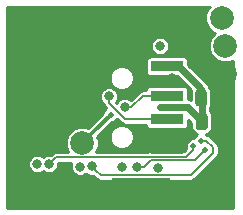
<source format=gbr>
G04 #@! TF.GenerationSoftware,KiCad,Pcbnew,(5.0.2)-1*
G04 #@! TF.CreationDate,2019-05-05T23:42:23+01:00*
G04 #@! TF.ProjectId,power-bank-upgrade,706f7765-722d-4626-916e-6b2d75706772,rev?*
G04 #@! TF.SameCoordinates,Original*
G04 #@! TF.FileFunction,Copper,L1,Top*
G04 #@! TF.FilePolarity,Positive*
%FSLAX46Y46*%
G04 Gerber Fmt 4.6, Leading zero omitted, Abs format (unit mm)*
G04 Created by KiCad (PCBNEW (5.0.2)-1) date 05/05/2019 23:42:23*
%MOMM*%
%LPD*%
G01*
G04 APERTURE LIST*
G04 #@! TA.AperFunction,ComponentPad*
%ADD10C,1.998980*%
G04 #@! TD*
G04 #@! TA.AperFunction,SMDPad,CuDef*
%ADD11R,5.000000X2.500000*%
G04 #@! TD*
G04 #@! TA.AperFunction,SMDPad,CuDef*
%ADD12R,2.800000X0.900000*%
G04 #@! TD*
G04 #@! TA.AperFunction,Conductor*
%ADD13C,0.100000*%
G04 #@! TD*
G04 #@! TA.AperFunction,SMDPad,CuDef*
%ADD14C,0.975000*%
G04 #@! TD*
G04 #@! TA.AperFunction,ComponentPad*
%ADD15C,1.450000*%
G04 #@! TD*
G04 #@! TA.AperFunction,ComponentPad*
%ADD16O,1.900000X1.200000*%
G04 #@! TD*
G04 #@! TA.AperFunction,ViaPad*
%ADD17C,0.800000*%
G04 #@! TD*
G04 #@! TA.AperFunction,ViaPad*
%ADD18C,0.508000*%
G04 #@! TD*
G04 #@! TA.AperFunction,Conductor*
%ADD19C,0.152400*%
G04 #@! TD*
G04 #@! TA.AperFunction,Conductor*
%ADD20C,0.600000*%
G04 #@! TD*
G04 #@! TA.AperFunction,Conductor*
%ADD21C,0.304800*%
G04 #@! TD*
G04 #@! TA.AperFunction,Conductor*
%ADD22C,0.254000*%
G04 #@! TD*
G04 APERTURE END LIST*
D10*
G04 #@! TO.P,J6,1*
G04 #@! TO.N,Net-(J6-Pad1)*
X26800000Y-184000000D03*
G04 #@! TD*
G04 #@! TO.P,GND,1*
G04 #@! TO.N,GNDA*
X38900000Y-178200000D03*
G04 #@! TD*
G04 #@! TO.P,BATT,1*
G04 #@! TO.N,/VBATT*
X38900000Y-175800000D03*
G04 #@! TD*
G04 #@! TO.P,NTC,1*
G04 #@! TO.N,/NTC+*
X38600000Y-173400000D03*
G04 #@! TD*
D11*
G04 #@! TO.P,J2,5*
G04 #@! TO.N,GNDA*
X31750000Y-188250000D03*
D12*
G04 #@! TO.P,J2,1*
G04 #@! TO.N,Net-(C3-Pad1)*
X34000000Y-177500000D03*
G04 #@! TO.P,J2,2*
G04 #@! TO.N,Net-(J2-Pad2)*
X34000000Y-180000000D03*
G04 #@! TO.P,J2,3*
G04 #@! TO.N,Net-(J2-Pad3)*
X34000000Y-182000000D03*
G04 #@! TO.P,J2,4*
G04 #@! TO.N,GNDA*
X34000000Y-184500000D03*
D11*
G04 #@! TO.P,J2,5*
X31750000Y-173750000D03*
G04 #@! TD*
D13*
G04 #@! TO.N,Net-(C3-Pad1)*
G04 #@! TO.C,C3*
G36*
X37130142Y-179501174D02*
X37153803Y-179504684D01*
X37177007Y-179510496D01*
X37199529Y-179518554D01*
X37221153Y-179528782D01*
X37241670Y-179541079D01*
X37260883Y-179555329D01*
X37278607Y-179571393D01*
X37294671Y-179589117D01*
X37308921Y-179608330D01*
X37321218Y-179628847D01*
X37331446Y-179650471D01*
X37339504Y-179672993D01*
X37345316Y-179696197D01*
X37348826Y-179719858D01*
X37350000Y-179743750D01*
X37350000Y-180656250D01*
X37348826Y-180680142D01*
X37345316Y-180703803D01*
X37339504Y-180727007D01*
X37331446Y-180749529D01*
X37321218Y-180771153D01*
X37308921Y-180791670D01*
X37294671Y-180810883D01*
X37278607Y-180828607D01*
X37260883Y-180844671D01*
X37241670Y-180858921D01*
X37221153Y-180871218D01*
X37199529Y-180881446D01*
X37177007Y-180889504D01*
X37153803Y-180895316D01*
X37130142Y-180898826D01*
X37106250Y-180900000D01*
X36618750Y-180900000D01*
X36594858Y-180898826D01*
X36571197Y-180895316D01*
X36547993Y-180889504D01*
X36525471Y-180881446D01*
X36503847Y-180871218D01*
X36483330Y-180858921D01*
X36464117Y-180844671D01*
X36446393Y-180828607D01*
X36430329Y-180810883D01*
X36416079Y-180791670D01*
X36403782Y-180771153D01*
X36393554Y-180749529D01*
X36385496Y-180727007D01*
X36379684Y-180703803D01*
X36376174Y-180680142D01*
X36375000Y-180656250D01*
X36375000Y-179743750D01*
X36376174Y-179719858D01*
X36379684Y-179696197D01*
X36385496Y-179672993D01*
X36393554Y-179650471D01*
X36403782Y-179628847D01*
X36416079Y-179608330D01*
X36430329Y-179589117D01*
X36446393Y-179571393D01*
X36464117Y-179555329D01*
X36483330Y-179541079D01*
X36503847Y-179528782D01*
X36525471Y-179518554D01*
X36547993Y-179510496D01*
X36571197Y-179504684D01*
X36594858Y-179501174D01*
X36618750Y-179500000D01*
X37106250Y-179500000D01*
X37130142Y-179501174D01*
X37130142Y-179501174D01*
G37*
D14*
G04 #@! TD*
G04 #@! TO.P,C3,1*
G04 #@! TO.N,Net-(C3-Pad1)*
X36862500Y-180200000D03*
D13*
G04 #@! TO.N,GNDA*
G04 #@! TO.C,C3*
G36*
X39005142Y-179501174D02*
X39028803Y-179504684D01*
X39052007Y-179510496D01*
X39074529Y-179518554D01*
X39096153Y-179528782D01*
X39116670Y-179541079D01*
X39135883Y-179555329D01*
X39153607Y-179571393D01*
X39169671Y-179589117D01*
X39183921Y-179608330D01*
X39196218Y-179628847D01*
X39206446Y-179650471D01*
X39214504Y-179672993D01*
X39220316Y-179696197D01*
X39223826Y-179719858D01*
X39225000Y-179743750D01*
X39225000Y-180656250D01*
X39223826Y-180680142D01*
X39220316Y-180703803D01*
X39214504Y-180727007D01*
X39206446Y-180749529D01*
X39196218Y-180771153D01*
X39183921Y-180791670D01*
X39169671Y-180810883D01*
X39153607Y-180828607D01*
X39135883Y-180844671D01*
X39116670Y-180858921D01*
X39096153Y-180871218D01*
X39074529Y-180881446D01*
X39052007Y-180889504D01*
X39028803Y-180895316D01*
X39005142Y-180898826D01*
X38981250Y-180900000D01*
X38493750Y-180900000D01*
X38469858Y-180898826D01*
X38446197Y-180895316D01*
X38422993Y-180889504D01*
X38400471Y-180881446D01*
X38378847Y-180871218D01*
X38358330Y-180858921D01*
X38339117Y-180844671D01*
X38321393Y-180828607D01*
X38305329Y-180810883D01*
X38291079Y-180791670D01*
X38278782Y-180771153D01*
X38268554Y-180749529D01*
X38260496Y-180727007D01*
X38254684Y-180703803D01*
X38251174Y-180680142D01*
X38250000Y-180656250D01*
X38250000Y-179743750D01*
X38251174Y-179719858D01*
X38254684Y-179696197D01*
X38260496Y-179672993D01*
X38268554Y-179650471D01*
X38278782Y-179628847D01*
X38291079Y-179608330D01*
X38305329Y-179589117D01*
X38321393Y-179571393D01*
X38339117Y-179555329D01*
X38358330Y-179541079D01*
X38378847Y-179528782D01*
X38400471Y-179518554D01*
X38422993Y-179510496D01*
X38446197Y-179504684D01*
X38469858Y-179501174D01*
X38493750Y-179500000D01*
X38981250Y-179500000D01*
X39005142Y-179501174D01*
X39005142Y-179501174D01*
G37*
D14*
G04 #@! TD*
G04 #@! TO.P,C3,2*
G04 #@! TO.N,GNDA*
X38737500Y-180200000D03*
D13*
G04 #@! TO.N,Net-(C3-Pad1)*
G04 #@! TO.C,C4*
G36*
X37192642Y-181501174D02*
X37216303Y-181504684D01*
X37239507Y-181510496D01*
X37262029Y-181518554D01*
X37283653Y-181528782D01*
X37304170Y-181541079D01*
X37323383Y-181555329D01*
X37341107Y-181571393D01*
X37357171Y-181589117D01*
X37371421Y-181608330D01*
X37383718Y-181628847D01*
X37393946Y-181650471D01*
X37402004Y-181672993D01*
X37407816Y-181696197D01*
X37411326Y-181719858D01*
X37412500Y-181743750D01*
X37412500Y-182656250D01*
X37411326Y-182680142D01*
X37407816Y-182703803D01*
X37402004Y-182727007D01*
X37393946Y-182749529D01*
X37383718Y-182771153D01*
X37371421Y-182791670D01*
X37357171Y-182810883D01*
X37341107Y-182828607D01*
X37323383Y-182844671D01*
X37304170Y-182858921D01*
X37283653Y-182871218D01*
X37262029Y-182881446D01*
X37239507Y-182889504D01*
X37216303Y-182895316D01*
X37192642Y-182898826D01*
X37168750Y-182900000D01*
X36681250Y-182900000D01*
X36657358Y-182898826D01*
X36633697Y-182895316D01*
X36610493Y-182889504D01*
X36587971Y-182881446D01*
X36566347Y-182871218D01*
X36545830Y-182858921D01*
X36526617Y-182844671D01*
X36508893Y-182828607D01*
X36492829Y-182810883D01*
X36478579Y-182791670D01*
X36466282Y-182771153D01*
X36456054Y-182749529D01*
X36447996Y-182727007D01*
X36442184Y-182703803D01*
X36438674Y-182680142D01*
X36437500Y-182656250D01*
X36437500Y-181743750D01*
X36438674Y-181719858D01*
X36442184Y-181696197D01*
X36447996Y-181672993D01*
X36456054Y-181650471D01*
X36466282Y-181628847D01*
X36478579Y-181608330D01*
X36492829Y-181589117D01*
X36508893Y-181571393D01*
X36526617Y-181555329D01*
X36545830Y-181541079D01*
X36566347Y-181528782D01*
X36587971Y-181518554D01*
X36610493Y-181510496D01*
X36633697Y-181504684D01*
X36657358Y-181501174D01*
X36681250Y-181500000D01*
X37168750Y-181500000D01*
X37192642Y-181501174D01*
X37192642Y-181501174D01*
G37*
D14*
G04 #@! TD*
G04 #@! TO.P,C4,1*
G04 #@! TO.N,Net-(C3-Pad1)*
X36925000Y-182200000D03*
D13*
G04 #@! TO.N,GNDA*
G04 #@! TO.C,C4*
G36*
X39067642Y-181501174D02*
X39091303Y-181504684D01*
X39114507Y-181510496D01*
X39137029Y-181518554D01*
X39158653Y-181528782D01*
X39179170Y-181541079D01*
X39198383Y-181555329D01*
X39216107Y-181571393D01*
X39232171Y-181589117D01*
X39246421Y-181608330D01*
X39258718Y-181628847D01*
X39268946Y-181650471D01*
X39277004Y-181672993D01*
X39282816Y-181696197D01*
X39286326Y-181719858D01*
X39287500Y-181743750D01*
X39287500Y-182656250D01*
X39286326Y-182680142D01*
X39282816Y-182703803D01*
X39277004Y-182727007D01*
X39268946Y-182749529D01*
X39258718Y-182771153D01*
X39246421Y-182791670D01*
X39232171Y-182810883D01*
X39216107Y-182828607D01*
X39198383Y-182844671D01*
X39179170Y-182858921D01*
X39158653Y-182871218D01*
X39137029Y-182881446D01*
X39114507Y-182889504D01*
X39091303Y-182895316D01*
X39067642Y-182898826D01*
X39043750Y-182900000D01*
X38556250Y-182900000D01*
X38532358Y-182898826D01*
X38508697Y-182895316D01*
X38485493Y-182889504D01*
X38462971Y-182881446D01*
X38441347Y-182871218D01*
X38420830Y-182858921D01*
X38401617Y-182844671D01*
X38383893Y-182828607D01*
X38367829Y-182810883D01*
X38353579Y-182791670D01*
X38341282Y-182771153D01*
X38331054Y-182749529D01*
X38322996Y-182727007D01*
X38317184Y-182703803D01*
X38313674Y-182680142D01*
X38312500Y-182656250D01*
X38312500Y-181743750D01*
X38313674Y-181719858D01*
X38317184Y-181696197D01*
X38322996Y-181672993D01*
X38331054Y-181650471D01*
X38341282Y-181628847D01*
X38353579Y-181608330D01*
X38367829Y-181589117D01*
X38383893Y-181571393D01*
X38401617Y-181555329D01*
X38420830Y-181541079D01*
X38441347Y-181528782D01*
X38462971Y-181518554D01*
X38485493Y-181510496D01*
X38508697Y-181504684D01*
X38532358Y-181501174D01*
X38556250Y-181500000D01*
X39043750Y-181500000D01*
X39067642Y-181501174D01*
X39067642Y-181501174D01*
G37*
D14*
G04 #@! TD*
G04 #@! TO.P,C4,2*
G04 #@! TO.N,GNDA*
X38800000Y-182200000D03*
D15*
G04 #@! TO.P,J1,6*
G04 #@! TO.N,GNDA*
X24462500Y-183500000D03*
X24462500Y-178500000D03*
D16*
X21762500Y-184500000D03*
X21762500Y-177500000D03*
G04 #@! TD*
D17*
G04 #@! TO.N,VCC*
X23000000Y-185800000D03*
X26600000Y-186000000D03*
X33400000Y-175800000D03*
X30200000Y-186000000D03*
X33200000Y-186112079D03*
D18*
G04 #@! TO.N,GNDA*
X35600000Y-183600000D03*
D17*
X31400000Y-175800000D03*
X36800000Y-174800000D03*
X34428610Y-178520183D03*
D18*
G04 #@! TO.N,Net-(C3-Pad1)*
X34800000Y-181000000D03*
X34100000Y-181000000D03*
X33400000Y-181000000D03*
D17*
G04 #@! TO.N,Net-(D2-Pad1)*
X24000000Y-185800000D03*
D18*
X36182840Y-184255184D03*
D17*
G04 #@! TO.N,Net-(D3-Pad1)*
X27593870Y-185980032D03*
D18*
X36883891Y-183800000D03*
D17*
G04 #@! TO.N,Net-(D4-Pad1)*
X31400000Y-186000000D03*
D18*
X37218837Y-184586617D03*
D17*
G04 #@! TO.N,Net-(J2-Pad2)*
X30386856Y-180971390D03*
G04 #@! TO.N,Net-(J2-Pad3)*
X29067202Y-180061709D03*
D18*
G04 #@! TO.N,Net-(J6-Pad1)*
X29200000Y-181600000D03*
G04 #@! TD*
D19*
G04 #@! TO.N,GNDA*
X34000000Y-184500000D02*
X34950000Y-184500000D01*
D20*
X38737500Y-182137500D02*
X38800000Y-182200000D01*
X38737500Y-180200000D02*
X38737500Y-182137500D01*
X34700000Y-184500000D02*
X35600000Y-183600000D01*
X34000000Y-184500000D02*
X34700000Y-184500000D01*
X31400000Y-174100000D02*
X31750000Y-173750000D01*
X31400000Y-175800000D02*
X31400000Y-174100000D01*
X38737500Y-178362500D02*
X38900000Y-178200000D01*
X38737500Y-180200000D02*
X38737500Y-178362500D01*
G04 #@! TO.N,Net-(C3-Pad1)*
X33400000Y-181000000D02*
X34800000Y-181000000D01*
X35725000Y-181000000D02*
X36925000Y-182200000D01*
X34800000Y-181000000D02*
X35725000Y-181000000D01*
X36925000Y-180262500D02*
X36862500Y-180200000D01*
X36925000Y-182200000D02*
X36925000Y-180262500D01*
X34962500Y-177500000D02*
X34000000Y-177500000D01*
X36862500Y-179400000D02*
X34962500Y-177500000D01*
X36862500Y-180200000D02*
X36862500Y-179400000D01*
D19*
G04 #@! TO.N,Net-(D2-Pad1)*
X36182840Y-184614394D02*
X35618633Y-185178601D01*
X24399999Y-185400001D02*
X24000000Y-185800000D01*
X35618633Y-185178601D02*
X32459994Y-185178601D01*
X32459994Y-185178601D02*
X32410504Y-185228091D01*
X32410504Y-185228091D02*
X24571909Y-185228091D01*
X36182840Y-184255184D02*
X36182840Y-184614394D01*
X24571909Y-185228091D02*
X24399999Y-185400001D01*
G04 #@! TO.N,Net-(D3-Pad1)*
X36883891Y-183800000D02*
X37314262Y-183800000D01*
X35973558Y-186740680D02*
X28354518Y-186740680D01*
X37314262Y-183800000D02*
X37882601Y-184368339D01*
X37882601Y-184368339D02*
X37882601Y-184831637D01*
X37882601Y-184831637D02*
X35973558Y-186740680D01*
X27993869Y-186380031D02*
X27593870Y-185980032D01*
X28354518Y-186740680D02*
X27993869Y-186380031D01*
G04 #@! TO.N,Net-(D4-Pad1)*
X31765685Y-186000000D02*
X31200000Y-186000000D01*
X32069661Y-186000000D02*
X31765685Y-186000000D01*
X32586250Y-185483411D02*
X32069661Y-186000000D01*
X37218837Y-184586617D02*
X36322043Y-185483411D01*
X36322043Y-185483411D02*
X32586250Y-185483411D01*
G04 #@! TO.N,Net-(J2-Pad2)*
X30952541Y-180971390D02*
X30386856Y-180971390D01*
X31923931Y-180000000D02*
X30952541Y-180971390D01*
X34000000Y-180000000D02*
X31923931Y-180000000D01*
G04 #@! TO.N,Net-(J2-Pad3)*
X34000000Y-182000000D02*
X30439808Y-182000000D01*
X29067202Y-180627394D02*
X29067202Y-180061709D01*
X30439808Y-182000000D02*
X29067202Y-180627394D01*
D21*
G04 #@! TO.N,Net-(J6-Pad1)*
X27799489Y-183000511D02*
X29200000Y-181600000D01*
X26800000Y-184000000D02*
X27799489Y-183000511D01*
G04 #@! TD*
D22*
G04 #@! TO.N,GNDA*
G36*
X37429677Y-172618015D02*
X37219510Y-173125404D01*
X37219510Y-173674596D01*
X37429677Y-174181985D01*
X37818015Y-174570323D01*
X38072117Y-174675575D01*
X37729677Y-175018015D01*
X37519510Y-175525404D01*
X37519510Y-176074596D01*
X37729677Y-176581985D01*
X38118015Y-176970323D01*
X38625404Y-177180490D01*
X39174596Y-177180490D01*
X39544001Y-177027478D01*
X39544000Y-189544000D01*
X20456000Y-189544000D01*
X20456000Y-185644649D01*
X22219000Y-185644649D01*
X22219000Y-185955351D01*
X22337900Y-186242401D01*
X22557599Y-186462100D01*
X22844649Y-186581000D01*
X23155351Y-186581000D01*
X23442401Y-186462100D01*
X23500000Y-186404501D01*
X23557599Y-186462100D01*
X23844649Y-186581000D01*
X24155351Y-186581000D01*
X24442401Y-186462100D01*
X24662100Y-186242401D01*
X24781000Y-185955351D01*
X24781000Y-185685291D01*
X25885008Y-185685291D01*
X25819000Y-185844649D01*
X25819000Y-186155351D01*
X25937900Y-186442401D01*
X26157599Y-186662100D01*
X26444649Y-186781000D01*
X26755351Y-186781000D01*
X27042401Y-186662100D01*
X27106919Y-186597582D01*
X27151469Y-186642132D01*
X27438519Y-186761032D01*
X27728292Y-186761032D01*
X27999386Y-187032126D01*
X28024895Y-187070303D01*
X28176127Y-187171353D01*
X28354518Y-187206837D01*
X28399548Y-187197880D01*
X35928528Y-187197880D01*
X35973558Y-187206837D01*
X36018588Y-187197880D01*
X36151949Y-187171353D01*
X36303181Y-187070303D01*
X36328690Y-187032126D01*
X38174047Y-185186769D01*
X38212224Y-185161260D01*
X38313274Y-185010028D01*
X38339801Y-184876667D01*
X38348758Y-184831637D01*
X38339801Y-184786607D01*
X38339801Y-184413369D01*
X38348758Y-184368339D01*
X38313274Y-184189948D01*
X38237731Y-184076890D01*
X38212224Y-184038716D01*
X38174050Y-184013209D01*
X37669394Y-183508554D01*
X37643885Y-183470377D01*
X37492653Y-183369327D01*
X37359292Y-183342800D01*
X37316131Y-183334215D01*
X37253519Y-183271603D01*
X37410688Y-183240340D01*
X37615793Y-183103293D01*
X37752840Y-182898188D01*
X37800964Y-182656250D01*
X37800964Y-181743750D01*
X37752840Y-181501812D01*
X37615793Y-181296707D01*
X37606000Y-181290164D01*
X37606000Y-181024412D01*
X37690340Y-180898188D01*
X37738464Y-180656250D01*
X37738464Y-179743750D01*
X37690340Y-179501812D01*
X37553293Y-179296707D01*
X37533689Y-179283608D01*
X37503987Y-179134287D01*
X37353473Y-178909027D01*
X37296614Y-178871035D01*
X35788464Y-177362886D01*
X35788464Y-177050000D01*
X35758894Y-176901341D01*
X35674686Y-176775314D01*
X35548659Y-176691106D01*
X35400000Y-176661536D01*
X32600000Y-176661536D01*
X32451341Y-176691106D01*
X32325314Y-176775314D01*
X32241106Y-176901341D01*
X32211536Y-177050000D01*
X32211536Y-177950000D01*
X32241106Y-178098659D01*
X32325314Y-178224686D01*
X32451341Y-178308894D01*
X32600000Y-178338464D01*
X34837886Y-178338464D01*
X36029114Y-179529693D01*
X35986536Y-179743750D01*
X35986536Y-180357682D01*
X35792069Y-180319000D01*
X35792065Y-180319000D01*
X35788464Y-180318284D01*
X35788464Y-179550000D01*
X35758894Y-179401341D01*
X35674686Y-179275314D01*
X35548659Y-179191106D01*
X35400000Y-179161536D01*
X32600000Y-179161536D01*
X32451341Y-179191106D01*
X32325314Y-179275314D01*
X32241106Y-179401341D01*
X32212968Y-179542800D01*
X31968961Y-179542800D01*
X31923931Y-179533843D01*
X31878901Y-179542800D01*
X31745540Y-179569327D01*
X31594308Y-179670377D01*
X31568801Y-179708551D01*
X30898660Y-180378693D01*
X30829257Y-180309290D01*
X30542207Y-180190390D01*
X30231505Y-180190390D01*
X29944455Y-180309290D01*
X29724756Y-180528989D01*
X29692719Y-180606333D01*
X29659899Y-180573513D01*
X29729302Y-180504110D01*
X29848202Y-180217060D01*
X29848202Y-179906358D01*
X29729302Y-179619308D01*
X29509603Y-179399609D01*
X29222553Y-179280709D01*
X28911851Y-179280709D01*
X28624801Y-179399609D01*
X28405102Y-179619308D01*
X28286202Y-179906358D01*
X28286202Y-180217060D01*
X28405102Y-180504110D01*
X28619086Y-180718094D01*
X28633681Y-180791464D01*
X28636529Y-180805784D01*
X28737579Y-180957017D01*
X28775756Y-180982526D01*
X28850626Y-181057396D01*
X28840302Y-181061673D01*
X28661673Y-181240302D01*
X28565000Y-181473691D01*
X28565000Y-181480658D01*
X27459466Y-182586194D01*
X27459463Y-182586196D01*
X27323182Y-182722477D01*
X27074596Y-182619510D01*
X26525404Y-182619510D01*
X26018015Y-182829677D01*
X25629677Y-183218015D01*
X25419510Y-183725404D01*
X25419510Y-184274596D01*
X25625082Y-184770891D01*
X24616933Y-184770891D01*
X24571908Y-184761935D01*
X24526883Y-184770891D01*
X24526879Y-184770891D01*
X24393518Y-184797418D01*
X24242286Y-184898468D01*
X24216775Y-184936647D01*
X24134422Y-185019000D01*
X23844649Y-185019000D01*
X23557599Y-185137900D01*
X23500000Y-185195499D01*
X23442401Y-185137900D01*
X23155351Y-185019000D01*
X22844649Y-185019000D01*
X22557599Y-185137900D01*
X22337900Y-185357599D01*
X22219000Y-185644649D01*
X20456000Y-185644649D01*
X20456000Y-178294921D01*
X29119000Y-178294921D01*
X29119000Y-178705079D01*
X29275961Y-179084014D01*
X29565986Y-179374039D01*
X29944921Y-179531000D01*
X30355079Y-179531000D01*
X30734014Y-179374039D01*
X31024039Y-179084014D01*
X31181000Y-178705079D01*
X31181000Y-178294921D01*
X31024039Y-177915986D01*
X30734014Y-177625961D01*
X30355079Y-177469000D01*
X29944921Y-177469000D01*
X29565986Y-177625961D01*
X29275961Y-177915986D01*
X29119000Y-178294921D01*
X20456000Y-178294921D01*
X20456000Y-175644649D01*
X32619000Y-175644649D01*
X32619000Y-175955351D01*
X32737900Y-176242401D01*
X32957599Y-176462100D01*
X33244649Y-176581000D01*
X33555351Y-176581000D01*
X33842401Y-176462100D01*
X34062100Y-176242401D01*
X34181000Y-175955351D01*
X34181000Y-175644649D01*
X34062100Y-175357599D01*
X33842401Y-175137900D01*
X33555351Y-175019000D01*
X33244649Y-175019000D01*
X32957599Y-175137900D01*
X32737900Y-175357599D01*
X32619000Y-175644649D01*
X20456000Y-175644649D01*
X20456000Y-172456000D01*
X37591692Y-172456000D01*
X37429677Y-172618015D01*
X37429677Y-172618015D01*
G37*
X37429677Y-172618015D02*
X37219510Y-173125404D01*
X37219510Y-173674596D01*
X37429677Y-174181985D01*
X37818015Y-174570323D01*
X38072117Y-174675575D01*
X37729677Y-175018015D01*
X37519510Y-175525404D01*
X37519510Y-176074596D01*
X37729677Y-176581985D01*
X38118015Y-176970323D01*
X38625404Y-177180490D01*
X39174596Y-177180490D01*
X39544001Y-177027478D01*
X39544000Y-189544000D01*
X20456000Y-189544000D01*
X20456000Y-185644649D01*
X22219000Y-185644649D01*
X22219000Y-185955351D01*
X22337900Y-186242401D01*
X22557599Y-186462100D01*
X22844649Y-186581000D01*
X23155351Y-186581000D01*
X23442401Y-186462100D01*
X23500000Y-186404501D01*
X23557599Y-186462100D01*
X23844649Y-186581000D01*
X24155351Y-186581000D01*
X24442401Y-186462100D01*
X24662100Y-186242401D01*
X24781000Y-185955351D01*
X24781000Y-185685291D01*
X25885008Y-185685291D01*
X25819000Y-185844649D01*
X25819000Y-186155351D01*
X25937900Y-186442401D01*
X26157599Y-186662100D01*
X26444649Y-186781000D01*
X26755351Y-186781000D01*
X27042401Y-186662100D01*
X27106919Y-186597582D01*
X27151469Y-186642132D01*
X27438519Y-186761032D01*
X27728292Y-186761032D01*
X27999386Y-187032126D01*
X28024895Y-187070303D01*
X28176127Y-187171353D01*
X28354518Y-187206837D01*
X28399548Y-187197880D01*
X35928528Y-187197880D01*
X35973558Y-187206837D01*
X36018588Y-187197880D01*
X36151949Y-187171353D01*
X36303181Y-187070303D01*
X36328690Y-187032126D01*
X38174047Y-185186769D01*
X38212224Y-185161260D01*
X38313274Y-185010028D01*
X38339801Y-184876667D01*
X38348758Y-184831637D01*
X38339801Y-184786607D01*
X38339801Y-184413369D01*
X38348758Y-184368339D01*
X38313274Y-184189948D01*
X38237731Y-184076890D01*
X38212224Y-184038716D01*
X38174050Y-184013209D01*
X37669394Y-183508554D01*
X37643885Y-183470377D01*
X37492653Y-183369327D01*
X37359292Y-183342800D01*
X37316131Y-183334215D01*
X37253519Y-183271603D01*
X37410688Y-183240340D01*
X37615793Y-183103293D01*
X37752840Y-182898188D01*
X37800964Y-182656250D01*
X37800964Y-181743750D01*
X37752840Y-181501812D01*
X37615793Y-181296707D01*
X37606000Y-181290164D01*
X37606000Y-181024412D01*
X37690340Y-180898188D01*
X37738464Y-180656250D01*
X37738464Y-179743750D01*
X37690340Y-179501812D01*
X37553293Y-179296707D01*
X37533689Y-179283608D01*
X37503987Y-179134287D01*
X37353473Y-178909027D01*
X37296614Y-178871035D01*
X35788464Y-177362886D01*
X35788464Y-177050000D01*
X35758894Y-176901341D01*
X35674686Y-176775314D01*
X35548659Y-176691106D01*
X35400000Y-176661536D01*
X32600000Y-176661536D01*
X32451341Y-176691106D01*
X32325314Y-176775314D01*
X32241106Y-176901341D01*
X32211536Y-177050000D01*
X32211536Y-177950000D01*
X32241106Y-178098659D01*
X32325314Y-178224686D01*
X32451341Y-178308894D01*
X32600000Y-178338464D01*
X34837886Y-178338464D01*
X36029114Y-179529693D01*
X35986536Y-179743750D01*
X35986536Y-180357682D01*
X35792069Y-180319000D01*
X35792065Y-180319000D01*
X35788464Y-180318284D01*
X35788464Y-179550000D01*
X35758894Y-179401341D01*
X35674686Y-179275314D01*
X35548659Y-179191106D01*
X35400000Y-179161536D01*
X32600000Y-179161536D01*
X32451341Y-179191106D01*
X32325314Y-179275314D01*
X32241106Y-179401341D01*
X32212968Y-179542800D01*
X31968961Y-179542800D01*
X31923931Y-179533843D01*
X31878901Y-179542800D01*
X31745540Y-179569327D01*
X31594308Y-179670377D01*
X31568801Y-179708551D01*
X30898660Y-180378693D01*
X30829257Y-180309290D01*
X30542207Y-180190390D01*
X30231505Y-180190390D01*
X29944455Y-180309290D01*
X29724756Y-180528989D01*
X29692719Y-180606333D01*
X29659899Y-180573513D01*
X29729302Y-180504110D01*
X29848202Y-180217060D01*
X29848202Y-179906358D01*
X29729302Y-179619308D01*
X29509603Y-179399609D01*
X29222553Y-179280709D01*
X28911851Y-179280709D01*
X28624801Y-179399609D01*
X28405102Y-179619308D01*
X28286202Y-179906358D01*
X28286202Y-180217060D01*
X28405102Y-180504110D01*
X28619086Y-180718094D01*
X28633681Y-180791464D01*
X28636529Y-180805784D01*
X28737579Y-180957017D01*
X28775756Y-180982526D01*
X28850626Y-181057396D01*
X28840302Y-181061673D01*
X28661673Y-181240302D01*
X28565000Y-181473691D01*
X28565000Y-181480658D01*
X27459466Y-182586194D01*
X27459463Y-182586196D01*
X27323182Y-182722477D01*
X27074596Y-182619510D01*
X26525404Y-182619510D01*
X26018015Y-182829677D01*
X25629677Y-183218015D01*
X25419510Y-183725404D01*
X25419510Y-184274596D01*
X25625082Y-184770891D01*
X24616933Y-184770891D01*
X24571908Y-184761935D01*
X24526883Y-184770891D01*
X24526879Y-184770891D01*
X24393518Y-184797418D01*
X24242286Y-184898468D01*
X24216775Y-184936647D01*
X24134422Y-185019000D01*
X23844649Y-185019000D01*
X23557599Y-185137900D01*
X23500000Y-185195499D01*
X23442401Y-185137900D01*
X23155351Y-185019000D01*
X22844649Y-185019000D01*
X22557599Y-185137900D01*
X22337900Y-185357599D01*
X22219000Y-185644649D01*
X20456000Y-185644649D01*
X20456000Y-178294921D01*
X29119000Y-178294921D01*
X29119000Y-178705079D01*
X29275961Y-179084014D01*
X29565986Y-179374039D01*
X29944921Y-179531000D01*
X30355079Y-179531000D01*
X30734014Y-179374039D01*
X31024039Y-179084014D01*
X31181000Y-178705079D01*
X31181000Y-178294921D01*
X31024039Y-177915986D01*
X30734014Y-177625961D01*
X30355079Y-177469000D01*
X29944921Y-177469000D01*
X29565986Y-177625961D01*
X29275961Y-177915986D01*
X29119000Y-178294921D01*
X20456000Y-178294921D01*
X20456000Y-175644649D01*
X32619000Y-175644649D01*
X32619000Y-175955351D01*
X32737900Y-176242401D01*
X32957599Y-176462100D01*
X33244649Y-176581000D01*
X33555351Y-176581000D01*
X33842401Y-176462100D01*
X34062100Y-176242401D01*
X34181000Y-175955351D01*
X34181000Y-175644649D01*
X34062100Y-175357599D01*
X33842401Y-175137900D01*
X33555351Y-175019000D01*
X33244649Y-175019000D01*
X32957599Y-175137900D01*
X32737900Y-175357599D01*
X32619000Y-175644649D01*
X20456000Y-175644649D01*
X20456000Y-172456000D01*
X37591692Y-172456000D01*
X37429677Y-172618015D01*
G36*
X30084678Y-182291449D02*
X30110185Y-182329623D01*
X30148359Y-182355130D01*
X30261417Y-182430673D01*
X30439807Y-182466157D01*
X30484837Y-182457200D01*
X32212968Y-182457200D01*
X32241106Y-182598659D01*
X32325314Y-182724686D01*
X32451341Y-182808894D01*
X32600000Y-182838464D01*
X35400000Y-182838464D01*
X35548659Y-182808894D01*
X35674686Y-182724686D01*
X35758894Y-182598659D01*
X35788464Y-182450000D01*
X35788464Y-182026542D01*
X36049036Y-182287115D01*
X36049036Y-182656250D01*
X36097160Y-182898188D01*
X36234207Y-183103293D01*
X36439312Y-183240340D01*
X36531450Y-183258667D01*
X36524193Y-183261673D01*
X36345564Y-183440302D01*
X36271054Y-183620184D01*
X36056531Y-183620184D01*
X35823142Y-183716857D01*
X35644513Y-183895486D01*
X35547840Y-184128875D01*
X35547840Y-184381493D01*
X35612664Y-184537992D01*
X35429255Y-184721401D01*
X32505022Y-184721401D01*
X32459993Y-184712444D01*
X32414965Y-184721401D01*
X32414964Y-184721401D01*
X32281603Y-184747928D01*
X32247236Y-184770891D01*
X27974918Y-184770891D01*
X28180490Y-184274596D01*
X28180490Y-183725404D01*
X28077523Y-183476818D01*
X28213804Y-183340537D01*
X28213806Y-183340534D01*
X28259419Y-183294921D01*
X29119000Y-183294921D01*
X29119000Y-183705079D01*
X29275961Y-184084014D01*
X29565986Y-184374039D01*
X29944921Y-184531000D01*
X30355079Y-184531000D01*
X30734014Y-184374039D01*
X31024039Y-184084014D01*
X31181000Y-183705079D01*
X31181000Y-183294921D01*
X31024039Y-182915986D01*
X30734014Y-182625961D01*
X30355079Y-182469000D01*
X29944921Y-182469000D01*
X29565986Y-182625961D01*
X29275961Y-182915986D01*
X29119000Y-183294921D01*
X28259419Y-183294921D01*
X29319342Y-182235000D01*
X29326309Y-182235000D01*
X29559698Y-182138327D01*
X29738327Y-181959698D01*
X29742603Y-181949374D01*
X30084678Y-182291449D01*
X30084678Y-182291449D01*
G37*
X30084678Y-182291449D02*
X30110185Y-182329623D01*
X30148359Y-182355130D01*
X30261417Y-182430673D01*
X30439807Y-182466157D01*
X30484837Y-182457200D01*
X32212968Y-182457200D01*
X32241106Y-182598659D01*
X32325314Y-182724686D01*
X32451341Y-182808894D01*
X32600000Y-182838464D01*
X35400000Y-182838464D01*
X35548659Y-182808894D01*
X35674686Y-182724686D01*
X35758894Y-182598659D01*
X35788464Y-182450000D01*
X35788464Y-182026542D01*
X36049036Y-182287115D01*
X36049036Y-182656250D01*
X36097160Y-182898188D01*
X36234207Y-183103293D01*
X36439312Y-183240340D01*
X36531450Y-183258667D01*
X36524193Y-183261673D01*
X36345564Y-183440302D01*
X36271054Y-183620184D01*
X36056531Y-183620184D01*
X35823142Y-183716857D01*
X35644513Y-183895486D01*
X35547840Y-184128875D01*
X35547840Y-184381493D01*
X35612664Y-184537992D01*
X35429255Y-184721401D01*
X32505022Y-184721401D01*
X32459993Y-184712444D01*
X32414965Y-184721401D01*
X32414964Y-184721401D01*
X32281603Y-184747928D01*
X32247236Y-184770891D01*
X27974918Y-184770891D01*
X28180490Y-184274596D01*
X28180490Y-183725404D01*
X28077523Y-183476818D01*
X28213804Y-183340537D01*
X28213806Y-183340534D01*
X28259419Y-183294921D01*
X29119000Y-183294921D01*
X29119000Y-183705079D01*
X29275961Y-184084014D01*
X29565986Y-184374039D01*
X29944921Y-184531000D01*
X30355079Y-184531000D01*
X30734014Y-184374039D01*
X31024039Y-184084014D01*
X31181000Y-183705079D01*
X31181000Y-183294921D01*
X31024039Y-182915986D01*
X30734014Y-182625961D01*
X30355079Y-182469000D01*
X29944921Y-182469000D01*
X29565986Y-182625961D01*
X29275961Y-182915986D01*
X29119000Y-183294921D01*
X28259419Y-183294921D01*
X29319342Y-182235000D01*
X29326309Y-182235000D01*
X29559698Y-182138327D01*
X29738327Y-181959698D01*
X29742603Y-181949374D01*
X30084678Y-182291449D01*
G04 #@! TD*
M02*

</source>
